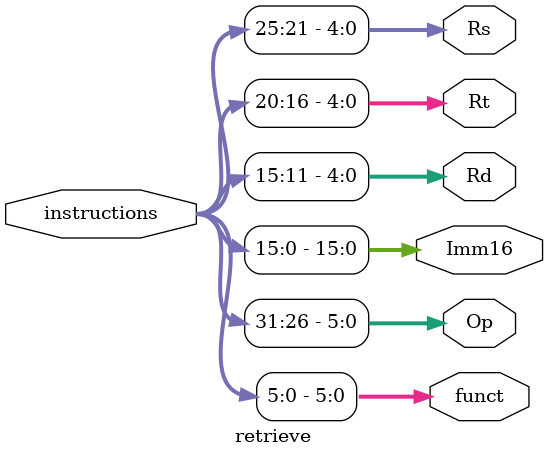
<source format=sv>
/* NAME					|	retrieve.sv
	-------------------------------------------------------------------------------------------------
	DESCRIPTION       |  split instructions into useful data
 ---------------------------------------------------------------------------------------------------
	PARAMETERS			|	TYPE					|	DESCRIPTION					
 ---------------------------------------------------------------------------------------------------
	instructions 		|  IN	[31:0]			|  instructions being read
	Rd						|  OUT [4:0]			|  destination register rd
	Rs						|  OUT [4:0]			|  register rt
	Rt						|  OUT [4:0]			|  register rs
	Imm16					|  OUT [15:0]			|  immediate 16 
	funct		  			|  OUT [5:0]			|  funct code to determine instruction type	
	op			  			|  OUT [5:0]			|  op code to determine instruction type
	#################################################################################################
	AUTHOR            | Minhhue H Khuu && Tzu-Wei Chuang
	ASSIGNMENT			| Lab 4: MIPS Pipelined CPU
	CLASS					| EE 471
	DATE					| 03/13/2015
	#################################################################################################
*/ 
module retrieve (funct, Op, Imm16, Rd, Rt, Rs, instructions);

	output [5:0] funct, Op;
	output [15:0] Imm16; 
	output [4:0] Rd, Rt, Rs; 
	input [31:0] instructions; 
		
	// retrieve Op, Rs, Rt, Rd, and Imm16
	genvar aaa;
	generate
		for(aaa = 0; aaa < 6; aaa++) begin: funct_copy
			buf b1 (funct[aaa], instructions[aaa]);  
		end
	endgenerate
	
	genvar aa;
	generate
		for(aa = 26; aa < 32; aa++) begin: Op_copy
			buf b1 (Op[aa-26], instructions[aa]);  
		end
	endgenerate
	
	genvar a;
	generate
		for(a = 0; a < 16; a++) begin: Imm16_copy
			buf b1 (Imm16[a], instructions[a]);  
		end
	endgenerate
	
	genvar b;
	generate
		for(b = 11; b < 16; b++) begin: Rd_copy
			buf b1 (Rd[b-11], instructions[b]);  
		end
	endgenerate
	
	genvar c;
	generate
		for(c = 16; c < 21; c++) begin: Rt_copy
			buf b1 (Rt[c-16], instructions[c]);  
		end
	endgenerate
	
	genvar d;
	generate
		for(d = 21; d < 26; d++) begin: Rs_copy
			buf b1 (Rs[d-21], instructions[d]);  
		end
	endgenerate
	
	endmodule
	
</source>
